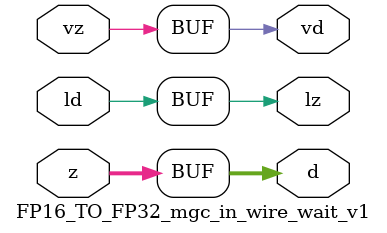
<source format=v>
module FP16_TO_FP32_mgc_in_wire_wait_v1 (ld, vd, d, lz, vz, z);
  parameter integer rscid = 1;
  parameter integer width = 8;
  input ld;
  output vd;
  output [width-1:0] d;
  output lz;
  input vz;
  input [width-1:0] z;
  wire vd;
  wire [width-1:0] d;
  wire lz;
  assign d = z;
  assign lz = ld;
  assign vd = vz;
endmodule
</source>
